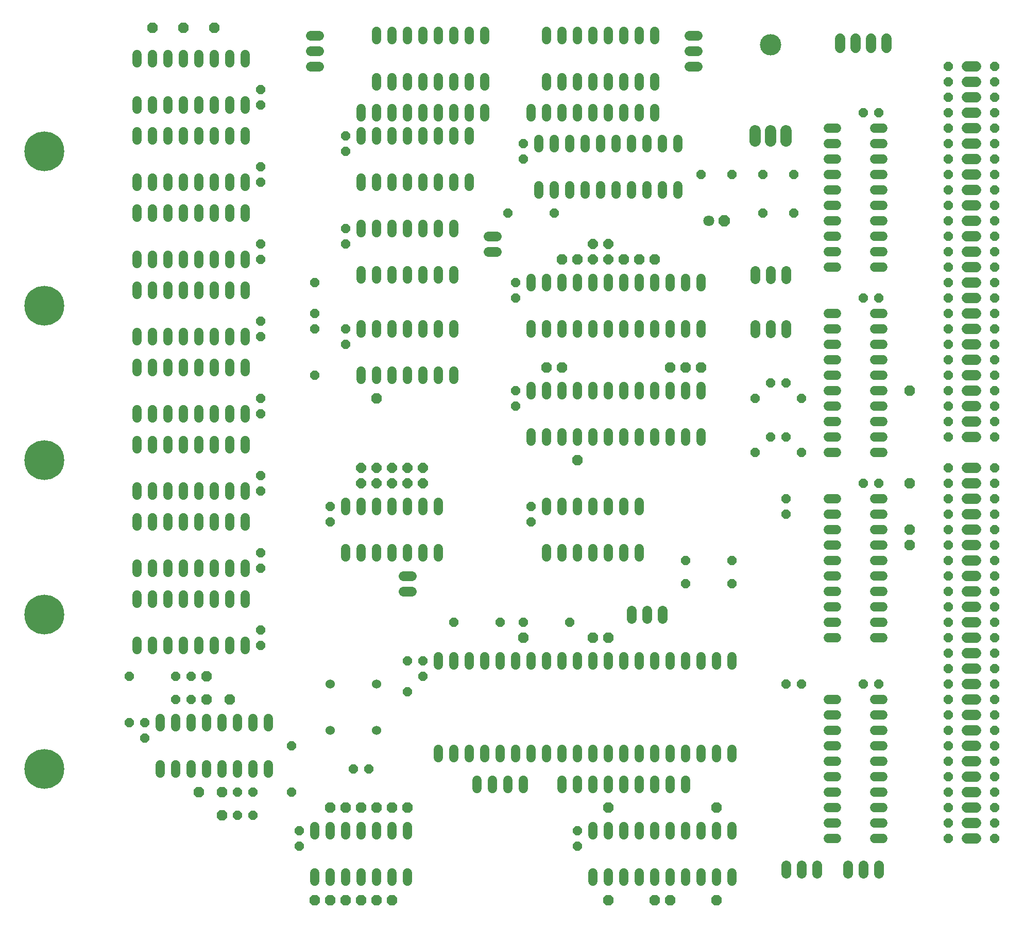
<source format=gts>
G75*
%MOIN*%
%OFA0B0*%
%FSLAX25Y25*%
%IPPOS*%
%LPD*%
%AMOC8*
5,1,8,0,0,1.08239X$1,22.5*
%
%ADD10C,0.06800*%
%ADD11C,0.07400*%
%ADD12C,0.13800*%
%ADD13OC8,0.07100*%
%ADD14C,0.07100*%
%ADD15OC8,0.06000*%
%ADD16OC8,0.06050*%
%ADD17C,0.25800*%
%ADD18C,0.06000*%
%ADD19C,0.06000*%
%ADD20C,0.06400*%
%ADD21OC8,0.06800*%
%ADD22OC8,0.06400*%
D10*
X0638300Y0066300D02*
X0644300Y0066300D01*
X0644300Y0076300D02*
X0638300Y0076300D01*
X0638300Y0086300D02*
X0644300Y0086300D01*
X0644300Y0096300D02*
X0638300Y0096300D01*
X0638300Y0106300D02*
X0644300Y0106300D01*
X0644300Y0116300D02*
X0638300Y0116300D01*
X0638300Y0126300D02*
X0644300Y0126300D01*
X0644300Y0136300D02*
X0638300Y0136300D01*
X0638300Y0146300D02*
X0644300Y0146300D01*
X0644300Y0156300D02*
X0638300Y0156300D01*
X0638300Y0166300D02*
X0644300Y0166300D01*
X0644300Y0176300D02*
X0638300Y0176300D01*
X0638300Y0186300D02*
X0644300Y0186300D01*
X0644300Y0196300D02*
X0638300Y0196300D01*
X0638300Y0206300D02*
X0644300Y0206300D01*
X0644300Y0216300D02*
X0638300Y0216300D01*
X0638300Y0226300D02*
X0644300Y0226300D01*
X0644300Y0236300D02*
X0638300Y0236300D01*
X0638300Y0246300D02*
X0644300Y0246300D01*
X0644300Y0256300D02*
X0638300Y0256300D01*
X0638300Y0266300D02*
X0644300Y0266300D01*
X0644300Y0276300D02*
X0638300Y0276300D01*
X0638300Y0286300D02*
X0644300Y0286300D01*
X0644300Y0296300D02*
X0638300Y0296300D01*
X0638300Y0306300D02*
X0644300Y0306300D01*
X0644300Y0326300D02*
X0638300Y0326300D01*
X0638300Y0336300D02*
X0644300Y0336300D01*
X0644300Y0346300D02*
X0638300Y0346300D01*
X0638300Y0356300D02*
X0644300Y0356300D01*
X0644300Y0366300D02*
X0638300Y0366300D01*
X0638300Y0376300D02*
X0644300Y0376300D01*
X0644300Y0386300D02*
X0638300Y0386300D01*
X0638300Y0396300D02*
X0644300Y0396300D01*
X0644300Y0406300D02*
X0638300Y0406300D01*
X0638300Y0416300D02*
X0644300Y0416300D01*
X0644300Y0426300D02*
X0638300Y0426300D01*
X0638300Y0436300D02*
X0644300Y0436300D01*
X0644300Y0446300D02*
X0638300Y0446300D01*
X0638300Y0456300D02*
X0644300Y0456300D01*
X0644300Y0466300D02*
X0638300Y0466300D01*
X0638300Y0476300D02*
X0644300Y0476300D01*
X0644300Y0486300D02*
X0638300Y0486300D01*
X0638300Y0496300D02*
X0644300Y0496300D01*
X0644300Y0506300D02*
X0638300Y0506300D01*
X0638300Y0516300D02*
X0644300Y0516300D01*
X0644300Y0526300D02*
X0638300Y0526300D01*
X0638300Y0536300D02*
X0644300Y0536300D01*
X0644300Y0546300D02*
X0638300Y0546300D01*
X0638300Y0556300D02*
X0644300Y0556300D01*
X0644300Y0566300D02*
X0638300Y0566300D01*
X0586300Y0578300D02*
X0586300Y0584300D01*
X0576300Y0584300D02*
X0576300Y0578300D01*
X0566300Y0578300D02*
X0566300Y0584300D01*
X0556300Y0584300D02*
X0556300Y0578300D01*
D11*
X0521300Y0524600D02*
X0521300Y0518000D01*
X0511300Y0518000D02*
X0511300Y0524600D01*
X0501300Y0524600D02*
X0501300Y0518000D01*
D12*
X0511300Y0580300D03*
D13*
X0481300Y0466300D03*
D14*
X0471300Y0466300D03*
D15*
X0466300Y0496300D03*
X0486300Y0496300D03*
X0506300Y0496300D03*
X0526300Y0496300D03*
X0526300Y0471300D03*
X0506300Y0471300D03*
X0571300Y0416300D03*
X0581300Y0416300D03*
X0521300Y0361300D03*
X0511300Y0361300D03*
X0501300Y0351300D03*
X0511300Y0326300D03*
X0521300Y0326300D03*
X0531300Y0316300D03*
X0501300Y0316300D03*
X0521300Y0286300D03*
X0521300Y0276300D03*
X0486300Y0246300D03*
X0486300Y0231300D03*
X0456300Y0231300D03*
X0456300Y0246300D03*
X0381300Y0206300D03*
X0351300Y0206300D03*
X0336300Y0206300D03*
X0306300Y0206300D03*
X0286300Y0181300D03*
X0276300Y0181300D03*
X0286300Y0171300D03*
X0276300Y0161300D03*
X0251300Y0111300D03*
X0241300Y0111300D03*
X0201300Y0096300D03*
X0176300Y0096300D03*
X0166300Y0096300D03*
X0166300Y0081300D03*
X0176300Y0081300D03*
X0206300Y0071300D03*
X0206300Y0061300D03*
X0201300Y0126300D03*
X0181300Y0191300D03*
X0181300Y0201300D03*
X0181300Y0241300D03*
X0181300Y0251300D03*
X0181300Y0291300D03*
X0181300Y0301300D03*
X0181300Y0341300D03*
X0181300Y0351300D03*
X0216300Y0366300D03*
X0236300Y0386300D03*
X0236300Y0396300D03*
X0216300Y0396300D03*
X0216300Y0406300D03*
X0216300Y0426300D03*
X0236300Y0451300D03*
X0236300Y0461300D03*
X0236300Y0511300D03*
X0236300Y0521300D03*
X0181300Y0501300D03*
X0181300Y0491300D03*
X0181300Y0451300D03*
X0181300Y0441300D03*
X0181300Y0401300D03*
X0181300Y0391300D03*
X0226300Y0281300D03*
X0226300Y0271300D03*
X0136300Y0171300D03*
X0126300Y0171300D03*
X0126300Y0156300D03*
X0136300Y0156300D03*
X0106300Y0141300D03*
X0106300Y0131300D03*
X0096300Y0141300D03*
X0096300Y0171300D03*
X0346300Y0346300D03*
X0346300Y0356300D03*
X0346300Y0416300D03*
X0346300Y0426300D03*
X0341300Y0471300D03*
X0371300Y0471300D03*
X0351300Y0506300D03*
X0351300Y0516300D03*
X0181300Y0541300D03*
X0181300Y0551300D03*
X0356300Y0281300D03*
X0356300Y0271300D03*
X0521300Y0166300D03*
X0531300Y0166300D03*
X0571300Y0166300D03*
X0581300Y0166300D03*
X0581300Y0296300D03*
X0571300Y0296300D03*
X0531300Y0351300D03*
X0571300Y0536300D03*
X0581300Y0536300D03*
X0386300Y0071300D03*
X0386300Y0061300D03*
D16*
X0626300Y0066300D03*
X0626300Y0076300D03*
X0626300Y0086300D03*
X0626300Y0096300D03*
X0626300Y0106300D03*
X0626300Y0116300D03*
X0626300Y0126300D03*
X0626300Y0136300D03*
X0626300Y0146300D03*
X0626300Y0156300D03*
X0626300Y0166300D03*
X0626300Y0176300D03*
X0626300Y0186300D03*
X0626300Y0196300D03*
X0626300Y0206300D03*
X0626300Y0216300D03*
X0626300Y0226300D03*
X0626300Y0236300D03*
X0626300Y0246300D03*
X0626300Y0256300D03*
X0626300Y0266300D03*
X0626300Y0276300D03*
X0626300Y0286300D03*
X0626300Y0296300D03*
X0626300Y0306300D03*
X0626300Y0326300D03*
X0626300Y0336300D03*
X0626300Y0346300D03*
X0626300Y0356300D03*
X0626300Y0366300D03*
X0626300Y0376300D03*
X0626300Y0386300D03*
X0626300Y0396300D03*
X0626300Y0406300D03*
X0626300Y0416300D03*
X0626300Y0426300D03*
X0626300Y0436300D03*
X0626300Y0446300D03*
X0626300Y0456300D03*
X0626300Y0466300D03*
X0626300Y0476300D03*
X0626300Y0486300D03*
X0626300Y0496300D03*
X0626300Y0506300D03*
X0626300Y0516300D03*
X0626300Y0526300D03*
X0626300Y0536300D03*
X0626300Y0546300D03*
X0626300Y0556300D03*
X0626300Y0566300D03*
X0656300Y0566300D03*
X0656300Y0556300D03*
X0656300Y0546300D03*
X0656300Y0536300D03*
X0656300Y0526300D03*
X0656300Y0516300D03*
X0656300Y0506300D03*
X0656300Y0496300D03*
X0656300Y0486300D03*
X0656300Y0476300D03*
X0656300Y0466300D03*
X0656300Y0456300D03*
X0656300Y0446300D03*
X0656300Y0436300D03*
X0656300Y0426300D03*
X0656300Y0416300D03*
X0656300Y0406300D03*
X0656300Y0396300D03*
X0656300Y0386300D03*
X0656300Y0376300D03*
X0656300Y0366300D03*
X0656300Y0356300D03*
X0656300Y0346300D03*
X0656300Y0336300D03*
X0656300Y0326300D03*
X0656300Y0306300D03*
X0656300Y0296300D03*
X0656300Y0286300D03*
X0656300Y0276300D03*
X0656300Y0266300D03*
X0656300Y0256300D03*
X0656300Y0246300D03*
X0656300Y0236300D03*
X0656300Y0226300D03*
X0656300Y0216300D03*
X0656300Y0206300D03*
X0656300Y0196300D03*
X0656300Y0186300D03*
X0656300Y0176300D03*
X0656300Y0166300D03*
X0656300Y0156300D03*
X0656300Y0146300D03*
X0656300Y0136300D03*
X0656300Y0126300D03*
X0656300Y0116300D03*
X0656300Y0106300D03*
X0656300Y0096300D03*
X0656300Y0086300D03*
X0656300Y0076300D03*
X0656300Y0066300D03*
D17*
X0041300Y0111300D03*
X0041300Y0211300D03*
X0041300Y0311300D03*
X0041300Y0411300D03*
X0041300Y0511300D03*
D18*
X0101300Y0518700D02*
X0101300Y0523900D01*
X0111300Y0523900D02*
X0111300Y0518700D01*
X0121300Y0518700D02*
X0121300Y0523900D01*
X0131300Y0523900D02*
X0131300Y0518700D01*
X0141300Y0518700D02*
X0141300Y0523900D01*
X0151300Y0523900D02*
X0151300Y0518700D01*
X0161300Y0518700D02*
X0161300Y0523900D01*
X0171300Y0523900D02*
X0171300Y0518700D01*
X0171300Y0538700D02*
X0171300Y0543900D01*
X0161300Y0543900D02*
X0161300Y0538700D01*
X0151300Y0538700D02*
X0151300Y0543900D01*
X0141300Y0543900D02*
X0141300Y0538700D01*
X0131300Y0538700D02*
X0131300Y0543900D01*
X0121300Y0543900D02*
X0121300Y0538700D01*
X0111300Y0538700D02*
X0111300Y0543900D01*
X0101300Y0543900D02*
X0101300Y0538700D01*
X0101300Y0568700D02*
X0101300Y0573900D01*
X0111300Y0573900D02*
X0111300Y0568700D01*
X0121300Y0568700D02*
X0121300Y0573900D01*
X0131300Y0573900D02*
X0131300Y0568700D01*
X0141300Y0568700D02*
X0141300Y0573900D01*
X0151300Y0573900D02*
X0151300Y0568700D01*
X0161300Y0568700D02*
X0161300Y0573900D01*
X0171300Y0573900D02*
X0171300Y0568700D01*
X0246300Y0538900D02*
X0246300Y0533700D01*
X0246300Y0523900D02*
X0246300Y0518700D01*
X0256300Y0518700D02*
X0256300Y0523900D01*
X0256300Y0533700D02*
X0256300Y0538900D01*
X0266300Y0538900D02*
X0266300Y0533700D01*
X0266300Y0523900D02*
X0266300Y0518700D01*
X0276300Y0518700D02*
X0276300Y0523900D01*
X0276300Y0533700D02*
X0276300Y0538900D01*
X0286300Y0538900D02*
X0286300Y0533700D01*
X0286300Y0523900D02*
X0286300Y0518700D01*
X0296300Y0518700D02*
X0296300Y0523900D01*
X0296300Y0533700D02*
X0296300Y0538900D01*
X0306300Y0538900D02*
X0306300Y0533700D01*
X0306300Y0523900D02*
X0306300Y0518700D01*
X0316300Y0518700D02*
X0316300Y0523900D01*
X0316300Y0533700D02*
X0316300Y0538900D01*
X0326300Y0538900D02*
X0326300Y0533700D01*
X0326300Y0553700D02*
X0326300Y0558900D01*
X0316300Y0558900D02*
X0316300Y0553700D01*
X0306300Y0553700D02*
X0306300Y0558900D01*
X0296300Y0558900D02*
X0296300Y0553700D01*
X0286300Y0553700D02*
X0286300Y0558900D01*
X0276300Y0558900D02*
X0276300Y0553700D01*
X0266300Y0553700D02*
X0266300Y0558900D01*
X0256300Y0558900D02*
X0256300Y0553700D01*
X0256300Y0583700D02*
X0256300Y0588900D01*
X0266300Y0588900D02*
X0266300Y0583700D01*
X0276300Y0583700D02*
X0276300Y0588900D01*
X0286300Y0588900D02*
X0286300Y0583700D01*
X0296300Y0583700D02*
X0296300Y0588900D01*
X0306300Y0588900D02*
X0306300Y0583700D01*
X0316300Y0583700D02*
X0316300Y0588900D01*
X0326300Y0588900D02*
X0326300Y0583700D01*
X0366300Y0583700D02*
X0366300Y0588900D01*
X0376300Y0588900D02*
X0376300Y0583700D01*
X0386300Y0583700D02*
X0386300Y0588900D01*
X0396300Y0588900D02*
X0396300Y0583700D01*
X0406300Y0583700D02*
X0406300Y0588900D01*
X0416300Y0588900D02*
X0416300Y0583700D01*
X0426300Y0583700D02*
X0426300Y0588900D01*
X0436300Y0588900D02*
X0436300Y0583700D01*
X0436300Y0558900D02*
X0436300Y0553700D01*
X0426300Y0553700D02*
X0426300Y0558900D01*
X0416300Y0558900D02*
X0416300Y0553700D01*
X0406300Y0553700D02*
X0406300Y0558900D01*
X0396300Y0558900D02*
X0396300Y0553700D01*
X0386300Y0553700D02*
X0386300Y0558900D01*
X0376300Y0558900D02*
X0376300Y0553700D01*
X0366300Y0553700D02*
X0366300Y0558900D01*
X0366300Y0538900D02*
X0366300Y0533700D01*
X0376300Y0533700D02*
X0376300Y0538900D01*
X0386300Y0538900D02*
X0386300Y0533700D01*
X0396300Y0533700D02*
X0396300Y0538900D01*
X0406300Y0538900D02*
X0406300Y0533700D01*
X0416300Y0533700D02*
X0416300Y0538900D01*
X0426300Y0538900D02*
X0426300Y0533700D01*
X0436300Y0533700D02*
X0436300Y0538900D01*
X0431300Y0518900D02*
X0431300Y0513700D01*
X0421300Y0513700D02*
X0421300Y0518900D01*
X0411300Y0518900D02*
X0411300Y0513700D01*
X0401300Y0513700D02*
X0401300Y0518900D01*
X0391300Y0518900D02*
X0391300Y0513700D01*
X0381300Y0513700D02*
X0381300Y0518900D01*
X0371300Y0518900D02*
X0371300Y0513700D01*
X0361300Y0513700D02*
X0361300Y0518900D01*
X0356300Y0533700D02*
X0356300Y0538900D01*
X0316300Y0493900D02*
X0316300Y0488700D01*
X0306300Y0488700D02*
X0306300Y0493900D01*
X0296300Y0493900D02*
X0296300Y0488700D01*
X0286300Y0488700D02*
X0286300Y0493900D01*
X0276300Y0493900D02*
X0276300Y0488700D01*
X0266300Y0488700D02*
X0266300Y0493900D01*
X0256300Y0493900D02*
X0256300Y0488700D01*
X0246300Y0488700D02*
X0246300Y0493900D01*
X0246300Y0463900D02*
X0246300Y0458700D01*
X0256300Y0458700D02*
X0256300Y0463900D01*
X0266300Y0463900D02*
X0266300Y0458700D01*
X0276300Y0458700D02*
X0276300Y0463900D01*
X0286300Y0463900D02*
X0286300Y0458700D01*
X0296300Y0458700D02*
X0296300Y0463900D01*
X0306300Y0463900D02*
X0306300Y0458700D01*
X0306300Y0433900D02*
X0306300Y0428700D01*
X0296300Y0428700D02*
X0296300Y0433900D01*
X0286300Y0433900D02*
X0286300Y0428700D01*
X0276300Y0428700D02*
X0276300Y0433900D01*
X0266300Y0433900D02*
X0266300Y0428700D01*
X0256300Y0428700D02*
X0256300Y0433900D01*
X0246300Y0433900D02*
X0246300Y0428700D01*
X0246300Y0398900D02*
X0246300Y0393700D01*
X0256300Y0393700D02*
X0256300Y0398900D01*
X0266300Y0398900D02*
X0266300Y0393700D01*
X0276300Y0393700D02*
X0276300Y0398900D01*
X0286300Y0398900D02*
X0286300Y0393700D01*
X0296300Y0393700D02*
X0296300Y0398900D01*
X0306300Y0398900D02*
X0306300Y0393700D01*
X0306300Y0368900D02*
X0306300Y0363700D01*
X0296300Y0363700D02*
X0296300Y0368900D01*
X0286300Y0368900D02*
X0286300Y0363700D01*
X0276300Y0363700D02*
X0276300Y0368900D01*
X0266300Y0368900D02*
X0266300Y0363700D01*
X0256300Y0363700D02*
X0256300Y0368900D01*
X0246300Y0368900D02*
X0246300Y0363700D01*
X0171300Y0368700D02*
X0171300Y0373900D01*
X0161300Y0373900D02*
X0161300Y0368700D01*
X0151300Y0368700D02*
X0151300Y0373900D01*
X0141300Y0373900D02*
X0141300Y0368700D01*
X0131300Y0368700D02*
X0131300Y0373900D01*
X0121300Y0373900D02*
X0121300Y0368700D01*
X0111300Y0368700D02*
X0111300Y0373900D01*
X0101300Y0373900D02*
X0101300Y0368700D01*
X0101300Y0388700D02*
X0101300Y0393900D01*
X0111300Y0393900D02*
X0111300Y0388700D01*
X0121300Y0388700D02*
X0121300Y0393900D01*
X0131300Y0393900D02*
X0131300Y0388700D01*
X0141300Y0388700D02*
X0141300Y0393900D01*
X0151300Y0393900D02*
X0151300Y0388700D01*
X0161300Y0388700D02*
X0161300Y0393900D01*
X0171300Y0393900D02*
X0171300Y0388700D01*
X0171300Y0418700D02*
X0171300Y0423900D01*
X0161300Y0423900D02*
X0161300Y0418700D01*
X0151300Y0418700D02*
X0151300Y0423900D01*
X0141300Y0423900D02*
X0141300Y0418700D01*
X0131300Y0418700D02*
X0131300Y0423900D01*
X0121300Y0423900D02*
X0121300Y0418700D01*
X0111300Y0418700D02*
X0111300Y0423900D01*
X0101300Y0423900D02*
X0101300Y0418700D01*
X0101300Y0438700D02*
X0101300Y0443900D01*
X0111300Y0443900D02*
X0111300Y0438700D01*
X0121300Y0438700D02*
X0121300Y0443900D01*
X0131300Y0443900D02*
X0131300Y0438700D01*
X0141300Y0438700D02*
X0141300Y0443900D01*
X0151300Y0443900D02*
X0151300Y0438700D01*
X0161300Y0438700D02*
X0161300Y0443900D01*
X0171300Y0443900D02*
X0171300Y0438700D01*
X0171300Y0468700D02*
X0171300Y0473900D01*
X0161300Y0473900D02*
X0161300Y0468700D01*
X0151300Y0468700D02*
X0151300Y0473900D01*
X0141300Y0473900D02*
X0141300Y0468700D01*
X0131300Y0468700D02*
X0131300Y0473900D01*
X0121300Y0473900D02*
X0121300Y0468700D01*
X0111300Y0468700D02*
X0111300Y0473900D01*
X0101300Y0473900D02*
X0101300Y0468700D01*
X0101300Y0488700D02*
X0101300Y0493900D01*
X0111300Y0493900D02*
X0111300Y0488700D01*
X0121300Y0488700D02*
X0121300Y0493900D01*
X0131300Y0493900D02*
X0131300Y0488700D01*
X0141300Y0488700D02*
X0141300Y0493900D01*
X0151300Y0493900D02*
X0151300Y0488700D01*
X0161300Y0488700D02*
X0161300Y0493900D01*
X0171300Y0493900D02*
X0171300Y0488700D01*
X0171300Y0343900D02*
X0171300Y0338700D01*
X0161300Y0338700D02*
X0161300Y0343900D01*
X0151300Y0343900D02*
X0151300Y0338700D01*
X0141300Y0338700D02*
X0141300Y0343900D01*
X0131300Y0343900D02*
X0131300Y0338700D01*
X0121300Y0338700D02*
X0121300Y0343900D01*
X0111300Y0343900D02*
X0111300Y0338700D01*
X0101300Y0338700D02*
X0101300Y0343900D01*
X0101300Y0323900D02*
X0101300Y0318700D01*
X0111300Y0318700D02*
X0111300Y0323900D01*
X0121300Y0323900D02*
X0121300Y0318700D01*
X0131300Y0318700D02*
X0131300Y0323900D01*
X0141300Y0323900D02*
X0141300Y0318700D01*
X0151300Y0318700D02*
X0151300Y0323900D01*
X0161300Y0323900D02*
X0161300Y0318700D01*
X0171300Y0318700D02*
X0171300Y0323900D01*
X0171300Y0293900D02*
X0171300Y0288700D01*
X0161300Y0288700D02*
X0161300Y0293900D01*
X0151300Y0293900D02*
X0151300Y0288700D01*
X0141300Y0288700D02*
X0141300Y0293900D01*
X0131300Y0293900D02*
X0131300Y0288700D01*
X0121300Y0288700D02*
X0121300Y0293900D01*
X0111300Y0293900D02*
X0111300Y0288700D01*
X0101300Y0288700D02*
X0101300Y0293900D01*
X0101300Y0273900D02*
X0101300Y0268700D01*
X0111300Y0268700D02*
X0111300Y0273900D01*
X0121300Y0273900D02*
X0121300Y0268700D01*
X0131300Y0268700D02*
X0131300Y0273900D01*
X0141300Y0273900D02*
X0141300Y0268700D01*
X0151300Y0268700D02*
X0151300Y0273900D01*
X0161300Y0273900D02*
X0161300Y0268700D01*
X0171300Y0268700D02*
X0171300Y0273900D01*
X0171300Y0243900D02*
X0171300Y0238700D01*
X0161300Y0238700D02*
X0161300Y0243900D01*
X0151300Y0243900D02*
X0151300Y0238700D01*
X0141300Y0238700D02*
X0141300Y0243900D01*
X0131300Y0243900D02*
X0131300Y0238700D01*
X0121300Y0238700D02*
X0121300Y0243900D01*
X0111300Y0243900D02*
X0111300Y0238700D01*
X0101300Y0238700D02*
X0101300Y0243900D01*
X0101300Y0223900D02*
X0101300Y0218700D01*
X0111300Y0218700D02*
X0111300Y0223900D01*
X0121300Y0223900D02*
X0121300Y0218700D01*
X0131300Y0218700D02*
X0131300Y0223900D01*
X0141300Y0223900D02*
X0141300Y0218700D01*
X0151300Y0218700D02*
X0151300Y0223900D01*
X0161300Y0223900D02*
X0161300Y0218700D01*
X0171300Y0218700D02*
X0171300Y0223900D01*
X0171300Y0193900D02*
X0171300Y0188700D01*
X0161300Y0188700D02*
X0161300Y0193900D01*
X0151300Y0193900D02*
X0151300Y0188700D01*
X0141300Y0188700D02*
X0141300Y0193900D01*
X0131300Y0193900D02*
X0131300Y0188700D01*
X0121300Y0188700D02*
X0121300Y0193900D01*
X0111300Y0193900D02*
X0111300Y0188700D01*
X0101300Y0188700D02*
X0101300Y0193900D01*
X0116300Y0143900D02*
X0116300Y0138700D01*
X0126300Y0138700D02*
X0126300Y0143900D01*
X0136300Y0143900D02*
X0136300Y0138700D01*
X0146300Y0138700D02*
X0146300Y0143900D01*
X0156300Y0143900D02*
X0156300Y0138700D01*
X0166300Y0138700D02*
X0166300Y0143900D01*
X0176300Y0143900D02*
X0176300Y0138700D01*
X0186300Y0138700D02*
X0186300Y0143900D01*
X0186300Y0113900D02*
X0186300Y0108700D01*
X0176300Y0108700D02*
X0176300Y0113900D01*
X0166300Y0113900D02*
X0166300Y0108700D01*
X0156300Y0108700D02*
X0156300Y0113900D01*
X0146300Y0113900D02*
X0146300Y0108700D01*
X0136300Y0108700D02*
X0136300Y0113900D01*
X0126300Y0113900D02*
X0126300Y0108700D01*
X0116300Y0108700D02*
X0116300Y0113900D01*
X0216300Y0073900D02*
X0216300Y0068700D01*
X0226300Y0068700D02*
X0226300Y0073900D01*
X0236300Y0073900D02*
X0236300Y0068700D01*
X0246300Y0068700D02*
X0246300Y0073900D01*
X0256300Y0073900D02*
X0256300Y0068700D01*
X0266300Y0068700D02*
X0266300Y0073900D01*
X0276300Y0073900D02*
X0276300Y0068700D01*
X0276300Y0043900D02*
X0276300Y0038700D01*
X0266300Y0038700D02*
X0266300Y0043900D01*
X0256300Y0043900D02*
X0256300Y0038700D01*
X0246300Y0038700D02*
X0246300Y0043900D01*
X0236300Y0043900D02*
X0236300Y0038700D01*
X0226300Y0038700D02*
X0226300Y0043900D01*
X0216300Y0043900D02*
X0216300Y0038700D01*
X0296300Y0118700D02*
X0296300Y0123900D01*
X0306300Y0123900D02*
X0306300Y0118700D01*
X0316300Y0118700D02*
X0316300Y0123900D01*
X0326300Y0123900D02*
X0326300Y0118700D01*
X0336300Y0118700D02*
X0336300Y0123900D01*
X0346300Y0123900D02*
X0346300Y0118700D01*
X0356300Y0118700D02*
X0356300Y0123900D01*
X0366300Y0123900D02*
X0366300Y0118700D01*
X0376300Y0118700D02*
X0376300Y0123900D01*
X0386300Y0123900D02*
X0386300Y0118700D01*
X0396300Y0118700D02*
X0396300Y0123900D01*
X0406300Y0123900D02*
X0406300Y0118700D01*
X0416300Y0118700D02*
X0416300Y0123900D01*
X0426300Y0123900D02*
X0426300Y0118700D01*
X0436300Y0118700D02*
X0436300Y0123900D01*
X0446300Y0123900D02*
X0446300Y0118700D01*
X0456300Y0118700D02*
X0456300Y0123900D01*
X0466300Y0123900D02*
X0466300Y0118700D01*
X0476300Y0118700D02*
X0476300Y0123900D01*
X0486300Y0123900D02*
X0486300Y0118700D01*
X0456300Y0103900D02*
X0456300Y0098700D01*
X0446300Y0098700D02*
X0446300Y0103900D01*
X0436300Y0103900D02*
X0436300Y0098700D01*
X0426300Y0098700D02*
X0426300Y0103900D01*
X0416300Y0103900D02*
X0416300Y0098700D01*
X0406300Y0098700D02*
X0406300Y0103900D01*
X0396300Y0103900D02*
X0396300Y0098700D01*
X0386300Y0098700D02*
X0386300Y0103900D01*
X0376300Y0103900D02*
X0376300Y0098700D01*
X0351300Y0098700D02*
X0351300Y0103900D01*
X0341300Y0103900D02*
X0341300Y0098700D01*
X0331300Y0098700D02*
X0331300Y0103900D01*
X0321300Y0103900D02*
X0321300Y0098700D01*
X0396300Y0073900D02*
X0396300Y0068700D01*
X0406300Y0068700D02*
X0406300Y0073900D01*
X0416300Y0073900D02*
X0416300Y0068700D01*
X0426300Y0068700D02*
X0426300Y0073900D01*
X0436300Y0073900D02*
X0436300Y0068700D01*
X0446300Y0068700D02*
X0446300Y0073900D01*
X0456300Y0073900D02*
X0456300Y0068700D01*
X0466300Y0068700D02*
X0466300Y0073900D01*
X0476300Y0073900D02*
X0476300Y0068700D01*
X0486300Y0068700D02*
X0486300Y0073900D01*
X0486300Y0043900D02*
X0486300Y0038700D01*
X0476300Y0038700D02*
X0476300Y0043900D01*
X0466300Y0043900D02*
X0466300Y0038700D01*
X0456300Y0038700D02*
X0456300Y0043900D01*
X0446300Y0043900D02*
X0446300Y0038700D01*
X0436300Y0038700D02*
X0436300Y0043900D01*
X0426300Y0043900D02*
X0426300Y0038700D01*
X0416300Y0038700D02*
X0416300Y0043900D01*
X0406300Y0043900D02*
X0406300Y0038700D01*
X0396300Y0038700D02*
X0396300Y0043900D01*
X0396300Y0178700D02*
X0396300Y0183900D01*
X0386300Y0183900D02*
X0386300Y0178700D01*
X0376300Y0178700D02*
X0376300Y0183900D01*
X0366300Y0183900D02*
X0366300Y0178700D01*
X0356300Y0178700D02*
X0356300Y0183900D01*
X0346300Y0183900D02*
X0346300Y0178700D01*
X0336300Y0178700D02*
X0336300Y0183900D01*
X0326300Y0183900D02*
X0326300Y0178700D01*
X0316300Y0178700D02*
X0316300Y0183900D01*
X0306300Y0183900D02*
X0306300Y0178700D01*
X0296300Y0178700D02*
X0296300Y0183900D01*
X0296300Y0248700D02*
X0296300Y0253900D01*
X0286300Y0253900D02*
X0286300Y0248700D01*
X0276300Y0248700D02*
X0276300Y0253900D01*
X0266300Y0253900D02*
X0266300Y0248700D01*
X0256300Y0248700D02*
X0256300Y0253900D01*
X0246300Y0253900D02*
X0246300Y0248700D01*
X0236300Y0248700D02*
X0236300Y0253900D01*
X0236300Y0278700D02*
X0236300Y0283900D01*
X0246300Y0283900D02*
X0246300Y0278700D01*
X0256300Y0278700D02*
X0256300Y0283900D01*
X0266300Y0283900D02*
X0266300Y0278700D01*
X0276300Y0278700D02*
X0276300Y0283900D01*
X0286300Y0283900D02*
X0286300Y0278700D01*
X0296300Y0278700D02*
X0296300Y0283900D01*
X0356300Y0323700D02*
X0356300Y0328900D01*
X0366300Y0328900D02*
X0366300Y0323700D01*
X0376300Y0323700D02*
X0376300Y0328900D01*
X0386300Y0328900D02*
X0386300Y0323700D01*
X0396300Y0323700D02*
X0396300Y0328900D01*
X0406300Y0328900D02*
X0406300Y0323700D01*
X0416300Y0323700D02*
X0416300Y0328900D01*
X0426300Y0328900D02*
X0426300Y0323700D01*
X0436300Y0323700D02*
X0436300Y0328900D01*
X0446300Y0328900D02*
X0446300Y0323700D01*
X0456300Y0323700D02*
X0456300Y0328900D01*
X0466300Y0328900D02*
X0466300Y0323700D01*
X0466300Y0353700D02*
X0466300Y0358900D01*
X0456300Y0358900D02*
X0456300Y0353700D01*
X0446300Y0353700D02*
X0446300Y0358900D01*
X0436300Y0358900D02*
X0436300Y0353700D01*
X0426300Y0353700D02*
X0426300Y0358900D01*
X0416300Y0358900D02*
X0416300Y0353700D01*
X0406300Y0353700D02*
X0406300Y0358900D01*
X0396300Y0358900D02*
X0396300Y0353700D01*
X0386300Y0353700D02*
X0386300Y0358900D01*
X0376300Y0358900D02*
X0376300Y0353700D01*
X0366300Y0353700D02*
X0366300Y0358900D01*
X0356300Y0358900D02*
X0356300Y0353700D01*
X0356300Y0393700D02*
X0356300Y0398900D01*
X0366300Y0398900D02*
X0366300Y0393700D01*
X0376300Y0393700D02*
X0376300Y0398900D01*
X0386300Y0398900D02*
X0386300Y0393700D01*
X0396300Y0393700D02*
X0396300Y0398900D01*
X0406300Y0398900D02*
X0406300Y0393700D01*
X0416300Y0393700D02*
X0416300Y0398900D01*
X0426300Y0398900D02*
X0426300Y0393700D01*
X0436300Y0393700D02*
X0436300Y0398900D01*
X0446300Y0398900D02*
X0446300Y0393700D01*
X0456300Y0393700D02*
X0456300Y0398900D01*
X0466300Y0398900D02*
X0466300Y0393700D01*
X0466300Y0423700D02*
X0466300Y0428900D01*
X0456300Y0428900D02*
X0456300Y0423700D01*
X0446300Y0423700D02*
X0446300Y0428900D01*
X0436300Y0428900D02*
X0436300Y0423700D01*
X0426300Y0423700D02*
X0426300Y0428900D01*
X0416300Y0428900D02*
X0416300Y0423700D01*
X0406300Y0423700D02*
X0406300Y0428900D01*
X0396300Y0428900D02*
X0396300Y0423700D01*
X0386300Y0423700D02*
X0386300Y0428900D01*
X0376300Y0428900D02*
X0376300Y0423700D01*
X0366300Y0423700D02*
X0366300Y0428900D01*
X0356300Y0428900D02*
X0356300Y0423700D01*
X0361300Y0483700D02*
X0361300Y0488900D01*
X0371300Y0488900D02*
X0371300Y0483700D01*
X0381300Y0483700D02*
X0381300Y0488900D01*
X0391300Y0488900D02*
X0391300Y0483700D01*
X0401300Y0483700D02*
X0401300Y0488900D01*
X0411300Y0488900D02*
X0411300Y0483700D01*
X0421300Y0483700D02*
X0421300Y0488900D01*
X0431300Y0488900D02*
X0431300Y0483700D01*
X0441300Y0483700D02*
X0441300Y0488900D01*
X0451300Y0488900D02*
X0451300Y0483700D01*
X0451300Y0513700D02*
X0451300Y0518900D01*
X0441300Y0518900D02*
X0441300Y0513700D01*
X0548700Y0516300D02*
X0553900Y0516300D01*
X0553900Y0506300D02*
X0548700Y0506300D01*
X0548700Y0496300D02*
X0553900Y0496300D01*
X0553900Y0486300D02*
X0548700Y0486300D01*
X0548700Y0476300D02*
X0553900Y0476300D01*
X0553900Y0466300D02*
X0548700Y0466300D01*
X0548700Y0456300D02*
X0553900Y0456300D01*
X0553900Y0446300D02*
X0548700Y0446300D01*
X0548700Y0436300D02*
X0553900Y0436300D01*
X0578700Y0436300D02*
X0583900Y0436300D01*
X0583900Y0446300D02*
X0578700Y0446300D01*
X0578700Y0456300D02*
X0583900Y0456300D01*
X0583900Y0466300D02*
X0578700Y0466300D01*
X0578700Y0476300D02*
X0583900Y0476300D01*
X0583900Y0486300D02*
X0578700Y0486300D01*
X0578700Y0496300D02*
X0583900Y0496300D01*
X0583900Y0506300D02*
X0578700Y0506300D01*
X0578700Y0516300D02*
X0583900Y0516300D01*
X0583900Y0526300D02*
X0578700Y0526300D01*
X0553900Y0526300D02*
X0548700Y0526300D01*
X0548700Y0406300D02*
X0553900Y0406300D01*
X0553900Y0396300D02*
X0548700Y0396300D01*
X0548700Y0386300D02*
X0553900Y0386300D01*
X0553900Y0376300D02*
X0548700Y0376300D01*
X0548700Y0366300D02*
X0553900Y0366300D01*
X0553900Y0356300D02*
X0548700Y0356300D01*
X0548700Y0346300D02*
X0553900Y0346300D01*
X0553900Y0336300D02*
X0548700Y0336300D01*
X0548700Y0326300D02*
X0553900Y0326300D01*
X0553900Y0316300D02*
X0548700Y0316300D01*
X0548700Y0286300D02*
X0553900Y0286300D01*
X0553900Y0276300D02*
X0548700Y0276300D01*
X0548700Y0266300D02*
X0553900Y0266300D01*
X0553900Y0256300D02*
X0548700Y0256300D01*
X0548700Y0246300D02*
X0553900Y0246300D01*
X0553900Y0236300D02*
X0548700Y0236300D01*
X0548700Y0226300D02*
X0553900Y0226300D01*
X0553900Y0216300D02*
X0548700Y0216300D01*
X0548700Y0206300D02*
X0553900Y0206300D01*
X0553900Y0196300D02*
X0548700Y0196300D01*
X0578700Y0196300D02*
X0583900Y0196300D01*
X0583900Y0206300D02*
X0578700Y0206300D01*
X0578700Y0216300D02*
X0583900Y0216300D01*
X0583900Y0226300D02*
X0578700Y0226300D01*
X0578700Y0236300D02*
X0583900Y0236300D01*
X0583900Y0246300D02*
X0578700Y0246300D01*
X0578700Y0256300D02*
X0583900Y0256300D01*
X0583900Y0266300D02*
X0578700Y0266300D01*
X0578700Y0276300D02*
X0583900Y0276300D01*
X0583900Y0286300D02*
X0578700Y0286300D01*
X0578700Y0316300D02*
X0583900Y0316300D01*
X0583900Y0326300D02*
X0578700Y0326300D01*
X0578700Y0336300D02*
X0583900Y0336300D01*
X0583900Y0346300D02*
X0578700Y0346300D01*
X0578700Y0356300D02*
X0583900Y0356300D01*
X0583900Y0366300D02*
X0578700Y0366300D01*
X0578700Y0376300D02*
X0583900Y0376300D01*
X0583900Y0386300D02*
X0578700Y0386300D01*
X0578700Y0396300D02*
X0583900Y0396300D01*
X0583900Y0406300D02*
X0578700Y0406300D01*
X0426300Y0283900D02*
X0426300Y0278700D01*
X0416300Y0278700D02*
X0416300Y0283900D01*
X0406300Y0283900D02*
X0406300Y0278700D01*
X0396300Y0278700D02*
X0396300Y0283900D01*
X0386300Y0283900D02*
X0386300Y0278700D01*
X0376300Y0278700D02*
X0376300Y0283900D01*
X0366300Y0283900D02*
X0366300Y0278700D01*
X0366300Y0253900D02*
X0366300Y0248700D01*
X0376300Y0248700D02*
X0376300Y0253900D01*
X0386300Y0253900D02*
X0386300Y0248700D01*
X0396300Y0248700D02*
X0396300Y0253900D01*
X0406300Y0253900D02*
X0406300Y0248700D01*
X0416300Y0248700D02*
X0416300Y0253900D01*
X0426300Y0253900D02*
X0426300Y0248700D01*
X0426300Y0183900D02*
X0426300Y0178700D01*
X0416300Y0178700D02*
X0416300Y0183900D01*
X0406300Y0183900D02*
X0406300Y0178700D01*
X0436300Y0178700D02*
X0436300Y0183900D01*
X0446300Y0183900D02*
X0446300Y0178700D01*
X0456300Y0178700D02*
X0456300Y0183900D01*
X0466300Y0183900D02*
X0466300Y0178700D01*
X0476300Y0178700D02*
X0476300Y0183900D01*
X0486300Y0183900D02*
X0486300Y0178700D01*
X0548700Y0156300D02*
X0553900Y0156300D01*
X0553900Y0146300D02*
X0548700Y0146300D01*
X0548700Y0136300D02*
X0553900Y0136300D01*
X0553900Y0126300D02*
X0548700Y0126300D01*
X0548700Y0116300D02*
X0553900Y0116300D01*
X0553900Y0106300D02*
X0548700Y0106300D01*
X0548700Y0096300D02*
X0553900Y0096300D01*
X0553900Y0086300D02*
X0548700Y0086300D01*
X0548700Y0076300D02*
X0553900Y0076300D01*
X0553900Y0066300D02*
X0548700Y0066300D01*
X0578700Y0066300D02*
X0583900Y0066300D01*
X0583900Y0076300D02*
X0578700Y0076300D01*
X0578700Y0086300D02*
X0583900Y0086300D01*
X0583900Y0096300D02*
X0578700Y0096300D01*
X0578700Y0106300D02*
X0583900Y0106300D01*
X0583900Y0116300D02*
X0578700Y0116300D01*
X0578700Y0126300D02*
X0583900Y0126300D01*
X0583900Y0136300D02*
X0578700Y0136300D01*
X0578700Y0146300D02*
X0583900Y0146300D01*
X0583900Y0156300D02*
X0578700Y0156300D01*
D19*
X0256300Y0166300D03*
X0256300Y0136300D03*
X0226300Y0136300D03*
X0226300Y0166300D03*
D20*
X0273500Y0226300D02*
X0279100Y0226300D01*
X0279100Y0236300D02*
X0273500Y0236300D01*
X0421300Y0214100D02*
X0421300Y0208500D01*
X0431300Y0208500D02*
X0431300Y0214100D01*
X0441300Y0214100D02*
X0441300Y0208500D01*
X0521300Y0049100D02*
X0521300Y0043500D01*
X0531300Y0043500D02*
X0531300Y0049100D01*
X0541300Y0049100D02*
X0541300Y0043500D01*
X0561300Y0043500D02*
X0561300Y0049100D01*
X0571300Y0049100D02*
X0571300Y0043500D01*
X0581300Y0043500D02*
X0581300Y0049100D01*
X0521300Y0393500D02*
X0521300Y0399100D01*
X0511300Y0399100D02*
X0511300Y0393500D01*
X0501300Y0393500D02*
X0501300Y0399100D01*
X0501300Y0428500D02*
X0501300Y0434100D01*
X0511300Y0434100D02*
X0511300Y0428500D01*
X0521300Y0428500D02*
X0521300Y0434100D01*
X0464100Y0566300D02*
X0458500Y0566300D01*
X0458500Y0576300D02*
X0464100Y0576300D01*
X0464100Y0586300D02*
X0458500Y0586300D01*
X0334100Y0456300D02*
X0328500Y0456300D01*
X0328500Y0446300D02*
X0334100Y0446300D01*
X0219100Y0566300D02*
X0213500Y0566300D01*
X0213500Y0576300D02*
X0219100Y0576300D01*
X0219100Y0586300D02*
X0213500Y0586300D01*
D21*
X0151300Y0591300D03*
X0131300Y0591300D03*
X0111300Y0591300D03*
X0366300Y0371300D03*
X0376300Y0371300D03*
X0386300Y0311300D03*
X0446300Y0371300D03*
X0456300Y0371300D03*
X0466300Y0371300D03*
X0436300Y0441300D03*
X0426300Y0441300D03*
X0416300Y0441300D03*
X0386300Y0441300D03*
X0376300Y0441300D03*
X0256300Y0351300D03*
X0351300Y0196300D03*
X0396300Y0196300D03*
X0406300Y0196300D03*
X0406300Y0086300D03*
X0406300Y0026300D03*
X0436300Y0026300D03*
X0446300Y0026300D03*
X0476300Y0026300D03*
X0476300Y0086300D03*
X0601300Y0256300D03*
X0601300Y0266300D03*
X0601300Y0296300D03*
X0601300Y0356300D03*
X0276300Y0086300D03*
X0266300Y0086300D03*
X0256300Y0086300D03*
X0246300Y0086300D03*
X0236300Y0086300D03*
X0226300Y0086300D03*
X0226300Y0026300D03*
X0216300Y0026300D03*
X0236300Y0026300D03*
X0246300Y0026300D03*
X0256300Y0026300D03*
X0266300Y0026300D03*
X0156300Y0081300D03*
X0156300Y0096300D03*
X0141300Y0096300D03*
X0146300Y0156300D03*
X0146300Y0171300D03*
X0161300Y0156300D03*
D22*
X0246300Y0296300D03*
X0246300Y0306300D03*
X0256300Y0306300D03*
X0266300Y0306300D03*
X0266300Y0296300D03*
X0256300Y0296300D03*
X0276300Y0296300D03*
X0286300Y0296300D03*
X0286300Y0306300D03*
X0276300Y0306300D03*
X0396300Y0441300D03*
X0396300Y0451300D03*
X0406300Y0451300D03*
X0406300Y0441300D03*
M02*

</source>
